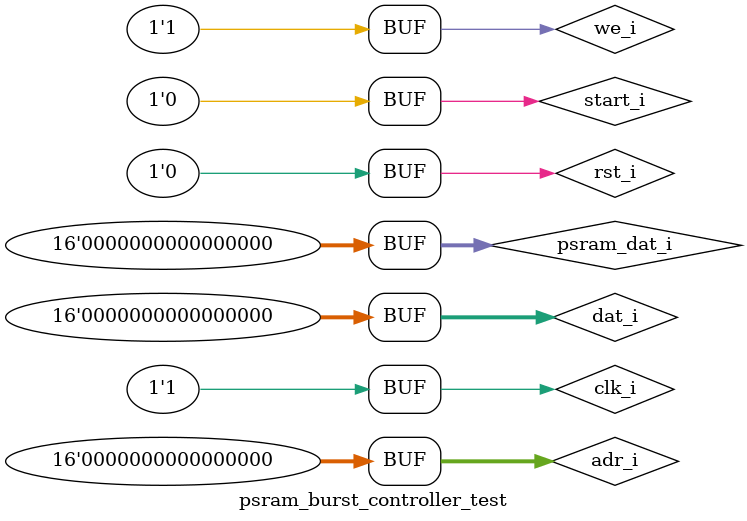
<source format=v>
`timescale 1ns / 1ps


module psram_burst_controller_test;

    // Inputs
    reg rst_i;
    reg clk_i;
    reg [15:0] adr_i;
    reg [15:0] dat_i;
    reg start_i;
    reg we_i;
    reg [15:0] psram_dat_i;

    // Outputs
    wire [15:0] dat_o;
    wire psram_clk;
    wire [22:0] psram_adr;
    wire [15:0] psram_dat_o;
    wire psram_data_oe;
    wire psram_we_n;
    wire psram_ce_n;
    wire psram_adv_n;
    wire psram_oe_n;

    // Instantiate the Unit Under Test (UUT)
    psram_burst_controller uut (
        .rst_i(rst_i),
        .clk_i(clk_i),
        .adr_i(adr_i),
        .dat_i(dat_i),
        .dat_o(dat_o),
        .start_i(start_i),
        .we_i(we_i),
        .psram_clk(psram_clk),
        .psram_adr(psram_adr),
        .psram_dat_o(psram_dat_o),
        .psram_dat_i(psram_dat_i),
        .psram_data_oe(psram_data_oe),
        .psram_we_n(psram_we_n),
        .psram_ce_n(psram_ce_n),
        .psram_adv_n(psram_adv_n),
        .psram_oe_n(psram_oe_n)
    );

    initial begin
        // Reset
        rst_i = 1;
        clk_i = 0;
        adr_i = 0;
        dat_i = 0;
        start_i = 0;
        we_i = 0;
        psram_dat_i = 0;
        #5;
        clk_i = 1;
        #5;

        // Start
        rst_i = 0;
        clk_i = 0;
        adr_i = 1234567;
        dat_i = 89;
        start_i = 1;
        we_i = 1;
        #5;
        clk_i = 1;
        #5;

        repeat(32)begin
            rst_i = 0;
            clk_i = 0;
            adr_i = 0;
            dat_i = 0;
            start_i = 1;
            we_i = 1;
            #5;
            clk_i = 1;
            #5;
        end

        repeat(32)begin
            rst_i = 0;
            clk_i = 0;
            adr_i = 0;
            dat_i = 0;
            start_i = 0;
            we_i = 1;
            #5;
            clk_i = 1;
            #5;
        end

    end

endmodule


</source>
